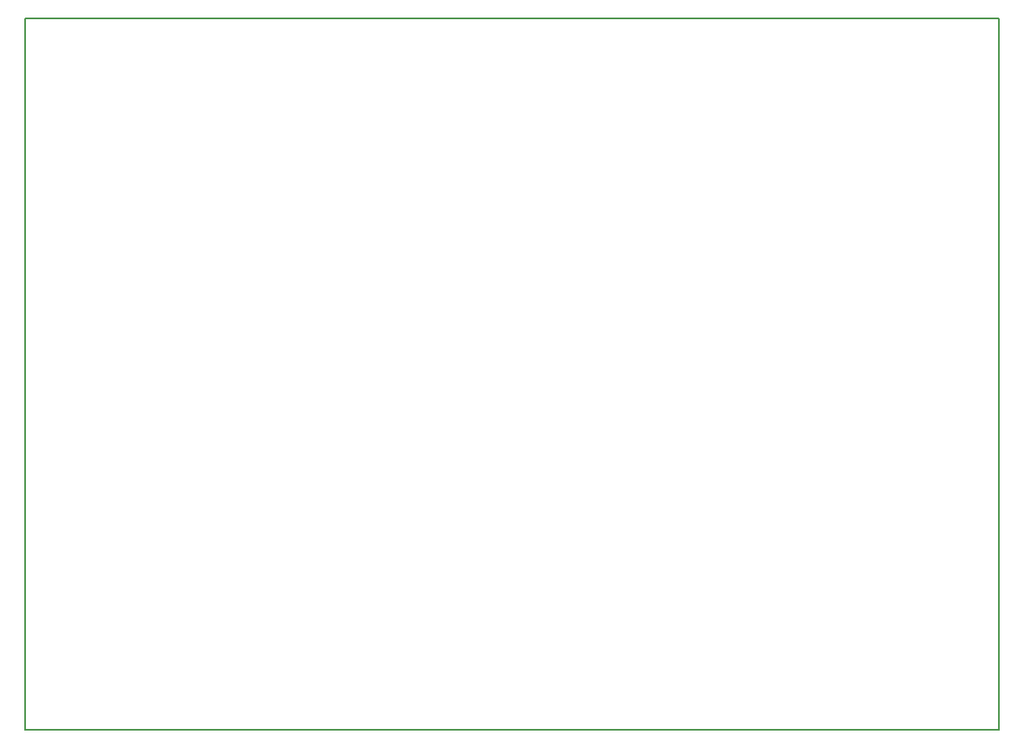
<source format=gbr>
%TF.GenerationSoftware,KiCad,Pcbnew,9.0.0*%
%TF.CreationDate,2025-05-12T21:33:30-05:00*%
%TF.ProjectId,Model I RS232,4d6f6465-6c20-4492-9052-533233322e6b,2.1*%
%TF.SameCoordinates,Original*%
%TF.FileFunction,Profile,NP*%
%FSLAX46Y46*%
G04 Gerber Fmt 4.6, Leading zero omitted, Abs format (unit mm)*
G04 Created by KiCad (PCBNEW 9.0.0) date 2025-05-12 21:33:30*
%MOMM*%
%LPD*%
G01*
G04 APERTURE LIST*
%TA.AperFunction,Profile*%
%ADD10C,0.200000*%
%TD*%
G04 APERTURE END LIST*
D10*
X75900000Y-74600000D02*
X174400000Y-74600000D01*
X174400000Y-146650000D01*
X75900000Y-146650000D01*
X75900000Y-74600000D01*
M02*

</source>
